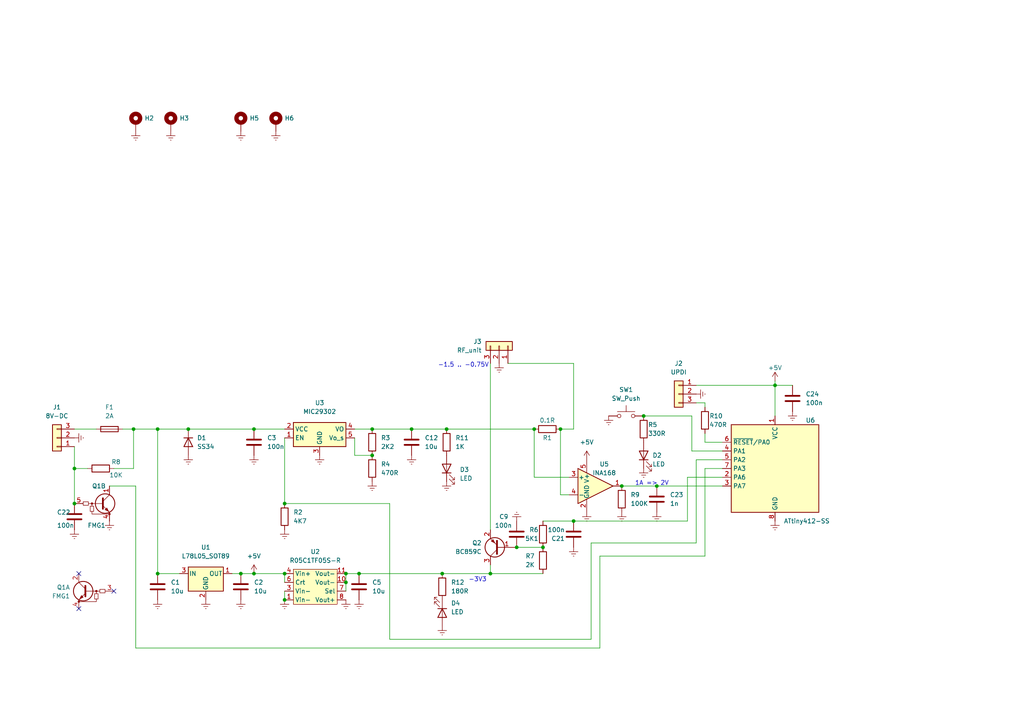
<source format=kicad_sch>
(kicad_sch (version 20211123) (generator eeschema)
  (paper "A4")
  (lib_symbols
    (symbol "Amplifier_Current:INA168" (pin_names (offset 0.127))
      (property "Reference" "U" (at 3.81 5.08 0))
      (property "Value" "INA168" (at 3.81 2.54 0))
      (symbol "INA168_0_1"
        (polyline (pts (xy -5.08 5.08) (xy 5.08 0) (xy -5.08 -5.08) (xy -5.08 5.08)) (stroke (width 0.254)) (fill (type background)))
      )
      (symbol "INA168_1_1"
        (pin output line (at 7.62 0 180) (length 2.54) (name "~") (number "1"))
        (pin power_in line (at -2.54 -7.62 90) (length 3.81) (name "GND") (number "2"))
        (pin input line (at -7.62 2.54 0) (length 2.54) (name "+") (number "3"))
        (pin input line (at -7.62 -2.54 0) (length 2.54) (name "-") (number "4"))
        (pin power_in line (at -2.54 7.62 270) (length 3.81) (name "V+") (number "5"))
      )
    )
    (symbol "Connector_Generic:Conn_01x03" (pin_names (offset 1.016) hide)
      (property "Reference" "J" (at 0 5.08 0))
      (property "Value" "Conn_01x03" (at 0 -5.08 0))
      (symbol "Conn_01x03_1_1"
        (rectangle (start -1.27 -2.413) (end 0 -2.667) (stroke (width 0.1524)))
        (rectangle (start -1.27 0.127) (end 0 -0.127) (stroke (width 0.1524)))
        (rectangle (start -1.27 2.667) (end 0 2.413) (stroke (width 0.1524)))
        (rectangle (start -1.27 3.81) (end 1.27 -3.81) (stroke (width 0.254)) (fill (type background)))
        (pin passive line (at -5.08 2.54 0) (length 3.81) (name "Pin_1") (number "1"))
        (pin passive line (at -5.08 0 0) (length 3.81) (name "Pin_2") (number "2"))
        (pin passive line (at -5.08 -2.54 0) (length 3.81) (name "Pin_3") (number "3"))
      )
    )
    (symbol "Device:C" (pin_numbers hide) (pin_names (offset 0.254))
      (property "Reference" "C" (at 0.635 2.54 0))
      (property "Value" "C" (at 0.635 -2.54 0))
      (symbol "C_0_1"
        (polyline (pts (xy -2.032 -0.762) (xy 2.032 -0.762)) (stroke (width 0.508)))
        (polyline (pts (xy -2.032 0.762) (xy 2.032 0.762)) (stroke (width 0.508)))
      )
      (symbol "C_1_1"
        (pin passive line (at 0 3.81 270) (length 2.794) (name "~") (number "1"))
        (pin passive line (at 0 -3.81 90) (length 2.794) (name "~") (number "2"))
      )
    )
    (symbol "Device:D" (pin_numbers hide) (pin_names (offset 1.016) hide)
      (property "Reference" "D" (at 0 2.54 0))
      (property "Value" "D" (at 0 -2.54 0))
      (symbol "D_0_1"
        (polyline (pts (xy -1.27 1.27) (xy -1.27 -1.27)) (stroke (width 0.254)))
        (polyline (pts (xy 1.27 0) (xy -1.27 0)))
        (polyline (pts (xy 1.27 1.27) (xy 1.27 -1.27) (xy -1.27 0) (xy 1.27 1.27)) (stroke (width 0.254)))
      )
      (symbol "D_1_1"
        (pin passive line (at -3.81 0 0) (length 2.54) (name "K") (number "1"))
        (pin passive line (at 3.81 0 180) (length 2.54) (name "A") (number "2"))
      )
    )
    (symbol "Device:Fuse" (pin_numbers hide) (pin_names (offset 0))
      (property "Reference" "F" (at 2.032 0 90))
      (property "Value" "Fuse" (at -1.905 0 90))
      (symbol "Fuse_0_1"
        (rectangle (start -0.762 -2.54) (end 0.762 2.54) (stroke (width 0.254)))
        (polyline (pts (xy 0 2.54) (xy 0 -2.54)))
      )
      (symbol "Fuse_1_1"
        (pin passive line (at 0 3.81 270) (length 1.27) (name "~") (number "1"))
        (pin passive line (at 0 -3.81 90) (length 1.27) (name "~") (number "2"))
      )
    )
    (symbol "Device:LED" (pin_numbers hide) (pin_names (offset 1.016) hide)
      (property "Reference" "D" (at 0 2.54 0))
      (property "Value" "LED" (at 0 -2.54 0))
      (symbol "LED_0_1"
        (polyline (pts (xy -1.27 -1.27) (xy -1.27 1.27)) (stroke (width 0.254)))
        (polyline (pts (xy -1.27 0) (xy 1.27 0)))
        (polyline (pts (xy 1.27 -1.27) (xy 1.27 1.27) (xy -1.27 0) (xy 1.27 -1.27)) (stroke (width 0.254)))
        (polyline (pts (xy -3.048 -0.762) (xy -4.572 -2.286) (xy -3.81 -2.286) (xy -4.572 -2.286) (xy -4.572 -1.524)))
        (polyline (pts (xy -1.778 -0.762) (xy -3.302 -2.286) (xy -2.54 -2.286) (xy -3.302 -2.286) (xy -3.302 -1.524)))
      )
      (symbol "LED_1_1"
        (pin passive line (at -3.81 0 0) (length 2.54) (name "K") (number "1"))
        (pin passive line (at 3.81 0 180) (length 2.54) (name "A") (number "2"))
      )
    )
    (symbol "Device:R" (pin_numbers hide) (pin_names (offset 0))
      (property "Reference" "R" (at 2.032 0 90))
      (property "Value" "R" (at 0 0 90))
      (symbol "R_0_1"
        (rectangle (start -1.016 -2.54) (end 1.016 2.54) (stroke (width 0.254)))
      )
      (symbol "R_1_1"
        (pin passive line (at 0 3.81 270) (length 1.27) (name "~") (number "1"))
        (pin passive line (at 0 -3.81 90) (length 1.27) (name "~") (number "2"))
      )
    )
    (symbol "MCU_Microchip_ATtiny:ATtiny412-SS"
      (property "Reference" "U" (at -12.7 13.97 0))
      (property "Value" "ATtiny412-SS" (at 2.54 -13.97 0))
      (symbol "ATtiny412-SS_0_1"
        (rectangle (start -12.7 -12.7) (end 12.7 12.7) (stroke (width 0.254)) (fill (type background)))
      )
      (symbol "ATtiny412-SS_1_1"
        (pin power_in line (at 0 15.24 270) (length 2.54) (name "VCC") (number "1"))
        (pin bidirectional line (at 15.24 -2.54 180) (length 2.54) (name "PA6") (number "2"))
        (pin bidirectional line (at 15.24 -5.08 180) (length 2.54) (name "PA7") (number "3"))
        (pin bidirectional line (at 15.24 5.08 180) (length 2.54) (name "PA1") (number "4"))
        (pin bidirectional line (at 15.24 2.54 180) (length 2.54) (name "PA2") (number "5"))
        (pin bidirectional line (at 15.24 7.62 180) (length 2.54) (name "~{RESET}/PA0") (number "6"))
        (pin bidirectional line (at 15.24 0 180) (length 2.54) (name "PA3") (number "7"))
        (pin power_in line (at 0 -15.24 90) (length 2.54) (name "GND") (number "8"))
      )
    )
    (symbol "Mechanical:MountingHole_Pad" (pin_numbers hide) (pin_names (offset 1.016) hide)
      (property "Reference" "H" (at 0 6.35 0))
      (property "Value" "MountingHole_Pad" (at 0 4.445 0))
      (symbol "MountingHole_Pad_0_1"
        (circle (center 0 1.27) (radius 1.27) (stroke (width 1.27)))
      )
      (symbol "MountingHole_Pad_1_1"
        (pin input line (at 0 -2.54 90) (length 2.54) (name "1") (number "1"))
      )
    )
    (symbol "MySymbols:FMG1" (pin_names hide)
      (property "Reference" "Q" (at 3.81 1.27 0))
      (property "Value" "FMG1" (at 3.81 -1.27 0))
      (symbol "FMG1_0_1"
        (rectangle (start -6.35 0.508) (end -4.826 -0.508))
        (rectangle (start -4.318 -2.286) (end -3.302 -0.762))
        (circle (center -3.81 0) (radius 0.254) (fill (type outline)))
        (polyline (pts (xy -3.81 -0.762) (xy -3.81 0)))
        (polyline (pts (xy -0.762 0) (xy -4.826 0)))
        (polyline (pts (xy -0.635 1.524) (xy -0.635 -1.524)) (stroke (width 0.508)))
        (polyline (pts (xy -3.81 -2.286) (xy -3.81 -3.048) (xy 1.27 -3.048)))
        (circle (center 1.27 -3.048) (radius 0.254) (fill (type outline)))
      )
      (symbol "FMG1_1_1"
        (polyline (pts (xy -0.635 0.635) (xy 1.27 2.54)))
        (polyline (pts (xy -0.635 -0.635) (xy 1.27 -2.54) (xy 1.27 -2.54)))
        (polyline (pts (xy 0 -1.778) (xy 0.508 -1.27) (xy 1.016 -2.286) (xy 0 -1.778) (xy 0 -1.778)) (fill (type outline)))
        (circle (center 0 0) (radius 2.8194) (stroke (width 0.254)))
        (pin passive line (at 1.27 5.08 270) (length 2.54) (name "C1") (number "2"))
        (pin input line (at -8.89 0 0) (length 2.54) (name "B1") (number "3"))
        (pin passive line (at 1.27 -5.08 90) (length 2.54) (name "E1") (number "4"))
      )
      (symbol "FMG1_2_1"
        (polyline (pts (xy -0.635 0.635) (xy 1.27 2.54)))
        (polyline (pts (xy -0.635 -0.635) (xy 1.27 -2.54) (xy 1.27 -2.54)))
        (polyline (pts (xy 0 -1.778) (xy 0.508 -1.27) (xy 1.016 -2.286) (xy 0 -1.778) (xy 0 -1.778)) (fill (type outline)))
        (circle (center 0 0) (radius 2.8194) (stroke (width 0.254)))
        (pin passive line (at 1.27 5.08 270) (length 2.54) (name "C1") (number "1"))
        (pin passive line (at 1.27 -5.08 90) (length 2.54) (name "E1") (number "4"))
        (pin input line (at -8.89 0 0) (length 2.54) (name "B1") (number "5"))
      )
    )
    (symbol "MySymbols:MIC29302"
      (property "Reference" "U3" (at 0 7.62 0))
      (property "Value" "MIC29302" (at 0 5.08 0))
      (symbol "MIC29302_1_1"
        (rectangle (start -7.62 -5.08) (end 7.62 1.905) (stroke (width 0.254)) (fill (type background)))
        (pin input line (at -10.16 -2.54 0) (length 2.54) (name "EN") (number "1"))
        (pin power_in line (at -10.16 0 0) (length 2.54) (name "VCC") (number "2"))
        (pin power_in line (at 0 -7.62 90) (length 2.54) (name "GND") (number "3"))
        (pin power_out line (at 10.16 0 180) (length 2.54) (name "VO") (number "4"))
        (pin input line (at 10.16 -2.54 180) (length 2.54) (name "Vo_s") (number "5"))
      )
    )
    (symbol "MySymbols:R05C1TF05S-R"
      (property "Reference" "U" (at 1.27 5.08 0))
      (property "Value" "R05C1TF05S-R" (at 7.62 -7.62 0))
      (symbol "R05C1TF05S-R_0_1"
        (rectangle (start -6.35 3.81) (end 6.35 -6.35) (fill (type background)))
      )
      (symbol "R05C1TF05S-R_1_1"
        (pin input line (at -8.89 -5.08 0) (length 2.54) (name "Vin-") (number "1"))
        (pin input line (at 8.89 0 180) (length 2.54) (name "Vout-") (number "10"))
        (pin input line (at 8.89 2.54 180) (length 2.54) (name "Vout-") (number "11"))
        (pin input line (at 8.89 2.54 180) (length 2.54) hide (name "Vout-") (number "12"))
        (pin input line (at -8.89 -5.08 0) (length 2.54) hide (name "Vin-") (number "2"))
        (pin input line (at -8.89 -2.54 0) (length 2.54) (name "Vin-") (number "3"))
        (pin input line (at -8.89 2.54 0) (length 2.54) (name "Vin+") (number "4"))
        (pin input line (at -8.89 2.54 0) (length 2.54) hide (name "Vin+") (number "5"))
        (pin input line (at -8.89 0 0) (length 2.54) (name "Crt") (number "6"))
        (pin input line (at 8.89 -2.54 180) (length 2.54) (name "Sel") (number "7"))
        (pin input line (at 8.89 -5.08 180) (length 2.54) (name "Vout+") (number "8"))
        (pin input line (at 8.89 -5.08 180) (length 2.54) hide (name "Vout+") (number "9"))
      )
    )
    (symbol "Regulator_Linear:L78L05_SOT89" (pin_names (offset 0.254))
      (property "Reference" "U" (at -3.81 3.175 0))
      (property "Value" "L78L05_SOT89" (at -0.635 3.175 0))
      (symbol "L78L05_SOT89_0_1"
        (rectangle (start -5.08 1.905) (end 5.08 -5.08) (stroke (width 0.254)) (fill (type background)))
      )
      (symbol "L78L05_SOT89_1_1"
        (pin power_out line (at 7.62 0 180) (length 2.54) (name "OUT") (number "1"))
        (pin power_in line (at 0 -7.62 90) (length 2.54) (name "GND") (number "2"))
        (pin power_in line (at -7.62 0 0) (length 2.54) (name "IN") (number "3"))
      )
    )
    (symbol "Switch:SW_Push" (pin_numbers hide) (pin_names (offset 1.016) hide)
      (property "Reference" "SW" (at 1.27 2.54 0))
      (property "Value" "SW_Push" (at 0 -1.524 0))
      (symbol "SW_Push_0_1"
        (circle (center -2.032 0) (radius 0.508))
        (polyline (pts (xy 0 1.27) (xy 0 3.048)))
        (polyline (pts (xy 2.54 1.27) (xy -2.54 1.27)))
        (circle (center 2.032 0) (radius 0.508))
        (pin passive line (at -5.08 0 0) (length 2.54) (name "1") (number "1"))
        (pin passive line (at 5.08 0 180) (length 2.54) (name "2") (number "2"))
      )
    )
    (symbol "Transistor_BJT:BC859" (pin_names (offset 0) hide)
      (property "Reference" "Q" (at 5.08 1.905 0))
      (property "Value" "BC859" (at 5.08 0 0))
      (symbol "BC859_0_1"
        (polyline (pts (xy 0.635 0.635) (xy 2.54 2.54)))
        (polyline (pts (xy 0.635 -0.635) (xy 2.54 -2.54) (xy 2.54 -2.54)))
        (polyline (pts (xy 0.635 1.905) (xy 0.635 -1.905) (xy 0.635 -1.905)) (stroke (width 0.508)))
        (polyline (pts (xy 2.286 -1.778) (xy 1.778 -2.286) (xy 1.27 -1.27) (xy 2.286 -1.778) (xy 2.286 -1.778)) (fill (type outline)))
        (circle (center 1.27 0) (radius 2.8194) (stroke (width 0.254)))
      )
      (symbol "BC859_1_1"
        (pin input line (at -5.08 0 0) (length 5.715) (name "B") (number "1"))
        (pin passive line (at 2.54 -5.08 90) (length 2.54) (name "E") (number "2"))
        (pin passive line (at 2.54 5.08 270) (length 2.54) (name "C") (number "3"))
      )
    )
    (symbol "power:+5V" (power) (pin_names (offset 0))
      (property "Value" "+5V" (at 0 3.556 0))
      (symbol "+5V_0_1"
        (polyline (pts (xy -0.762 1.27) (xy 0 2.54)))
        (polyline (pts (xy 0 0) (xy 0 2.54)))
        (polyline (pts (xy 0 2.54) (xy 0.762 1.27)))
      )
      (symbol "+5V_1_1"
        (pin power_in line (at 0 0 90) (length 0) hide (name "+5V") (number "1"))
      )
    )
    (symbol "power:GNDREF" (power) (pin_names (offset 0))
      (property "Value" "GNDREF" (at 0 -3.81 0))
      (symbol "GNDREF_0_1"
        (polyline (pts (xy -0.635 -1.905) (xy 0.635 -1.905)))
        (polyline (pts (xy -0.127 -2.54) (xy 0.127 -2.54)))
        (polyline (pts (xy 0 -1.27) (xy 0 0)))
        (polyline (pts (xy 1.27 -1.27) (xy -1.27 -1.27)))
      )
      (symbol "GNDREF_1_1"
        (pin power_in line (at 0 0 270) (length 0) hide (name "GNDREF") (number "1"))
      )
    )
  )
  (junction (at 107.95 124.46))
  (junction (at 54.61 124.46))
  (junction (at 45.72 166.37))
  (junction (at 107.95 132.08))
  (junction (at 142.24 166.37))
  (junction (at 104.14 166.37))
  (junction (at 186.69 120.65))
  (junction (at 69.85 166.37))
  (junction (at 128.27 166.37))
  (junction (at 190.5 140.97))
  (junction (at 45.72 124.46))
  (junction (at 100.33 166.37))
  (junction (at 21.59 135.89))
  (junction (at 129.54 124.46))
  (junction (at 149.86 158.75))
  (junction (at 82.55 173.99))
  (junction (at 73.66 166.37))
  (junction (at 73.66 124.46))
  (junction (at 162.56 124.46))
  (junction (at 38.735 124.46))
  (junction (at 154.94 124.46))
  (junction (at 224.79 111.76))
  (junction (at 166.37 151.13))
  (junction (at 82.55 146.05))
  (junction (at 21.59 146.05))
  (junction (at 180.34 140.97))
  (junction (at 100.33 168.91))
  (junction (at 119.38 124.46))
  (junction (at 157.48 158.75))
  (junction (at 82.55 166.37))
  (no_connect (at 22.86 176.53))
  (no_connect (at 22.86 166.37))
  (no_connect (at 33.02 171.45))
  (wire (pts (xy 180.34 140.97) (xy 190.5 140.97)))
  (wire (pts (xy 199.39 151.13) (xy 199.39 138.43)))
  (wire (pts (xy 45.72 124.46) (xy 45.72 166.37)))
  (wire (pts (xy 129.54 124.46) (xy 154.94 124.46)))
  (wire (pts (xy 33.02 135.89) (xy 38.735 135.89)))
  (wire (pts (xy 67.31 166.37) (xy 69.85 166.37)))
  (wire (pts (xy 204.47 125.73) (xy 204.47 128.27)))
  (wire (pts (xy 142.24 105.41) (xy 142.24 153.67)))
  (wire (pts (xy 171.45 185.42) (xy 171.45 157.48)))
  (wire (pts (xy 166.37 151.13) (xy 199.39 151.13)))
  (wire (pts (xy 119.38 124.46) (xy 129.54 124.46)))
  (wire (pts (xy 201.93 157.48) (xy 201.93 133.35)))
  (wire (pts (xy 69.85 166.37) (xy 73.66 166.37)))
  (wire (pts (xy 162.56 143.51) (xy 162.56 124.46)))
  (wire (pts (xy 54.61 124.46) (xy 73.66 124.46)))
  (wire (pts (xy 204.47 135.89) (xy 209.55 135.89)))
  (wire (pts (xy 21.59 124.46) (xy 27.94 124.46)))
  (wire (pts (xy 82.55 127) (xy 82.55 146.05)))
  (wire (pts (xy 157.48 151.13) (xy 166.37 151.13)))
  (wire (pts (xy 165.1 138.43) (xy 154.94 138.43)))
  (wire (pts (xy 113.03 185.42) (xy 171.45 185.42)))
  (wire (pts (xy 142.24 163.83) (xy 142.24 166.37)))
  (wire (pts (xy 100.33 166.37) (xy 100.33 168.91)))
  (wire (pts (xy 35.56 124.46) (xy 38.735 124.46)))
  (wire (pts (xy 73.66 124.46) (xy 82.55 124.46)))
  (wire (pts (xy 200.66 130.81) (xy 209.55 130.81)))
  (wire (pts (xy 104.14 166.37) (xy 128.27 166.37)))
  (wire (pts (xy 204.47 116.84) (xy 204.47 118.11)))
  (wire (pts (xy 165.1 143.51) (xy 162.56 143.51)))
  (wire (pts (xy 45.72 166.37) (xy 52.07 166.37)))
  (wire (pts (xy 199.39 138.43) (xy 209.55 138.43)))
  (wire (pts (xy 38.735 124.46) (xy 45.72 124.46)))
  (wire (pts (xy 107.95 124.46) (xy 119.38 124.46)))
  (wire (pts (xy 21.59 129.54) (xy 21.59 135.89)))
  (wire (pts (xy 201.93 111.76) (xy 224.79 111.76)))
  (wire (pts (xy 224.79 110.49) (xy 224.79 111.76)))
  (wire (pts (xy 45.72 124.46) (xy 54.61 124.46)))
  (wire (pts (xy 171.45 157.48) (xy 201.93 157.48)))
  (wire (pts (xy 100.33 166.37) (xy 104.14 166.37)))
  (wire (pts (xy 149.86 158.75) (xy 157.48 158.75)))
  (wire (pts (xy 38.735 135.89) (xy 38.735 124.46)))
  (wire (pts (xy 31.75 140.97) (xy 39.37 140.97)))
  (wire (pts (xy 102.87 132.08) (xy 107.95 132.08)))
  (wire (pts (xy 162.56 124.46) (xy 166.37 124.46)))
  (wire (pts (xy 166.37 105.41) (xy 166.37 124.46)))
  (wire (pts (xy 147.32 105.41) (xy 166.37 105.41)))
  (wire (pts (xy 201.93 133.35) (xy 209.55 133.35)))
  (wire (pts (xy 201.93 116.84) (xy 204.47 116.84)))
  (wire (pts (xy 224.79 111.76) (xy 229.87 111.76)))
  (wire (pts (xy 25.4 135.89) (xy 21.59 135.89)))
  (wire (pts (xy 204.47 128.27) (xy 209.55 128.27)))
  (wire (pts (xy 190.5 140.97) (xy 209.55 140.97)))
  (wire (pts (xy 128.27 166.37) (xy 142.24 166.37)))
  (wire (pts (xy 157.48 166.37) (xy 142.24 166.37)))
  (wire (pts (xy 204.47 161.29) (xy 204.47 135.89)))
  (wire (pts (xy 173.99 161.29) (xy 204.47 161.29)))
  (wire (pts (xy 173.99 187.96) (xy 173.99 161.29)))
  (wire (pts (xy 224.79 111.76) (xy 224.79 120.65)))
  (wire (pts (xy 82.55 166.37) (xy 82.55 168.91)))
  (wire (pts (xy 82.55 171.45) (xy 82.55 173.99)))
  (wire (pts (xy 100.33 168.91) (xy 100.33 171.45)))
  (wire (pts (xy 154.94 138.43) (xy 154.94 124.46)))
  (wire (pts (xy 21.59 135.89) (xy 21.59 146.05)))
  (wire (pts (xy 39.37 187.96) (xy 173.99 187.96)))
  (wire (pts (xy 39.37 140.97) (xy 39.37 187.96)))
  (wire (pts (xy 186.69 120.65) (xy 200.66 120.65)))
  (wire (pts (xy 200.66 120.65) (xy 200.66 130.81)))
  (wire (pts (xy 82.55 146.05) (xy 113.03 146.05)))
  (wire (pts (xy 102.87 124.46) (xy 107.95 124.46)))
  (wire (pts (xy 113.03 146.05) (xy 113.03 185.42)))
  (wire (pts (xy 73.66 166.37) (xy 82.55 166.37)))
  (wire (pts (xy 102.87 127) (xy 102.87 132.08)))
  (text "-3V3" (at 135.89 168.91 0) (effects (font (size 1.27 1.27)) (justify left bottom)))
  (text "-1.5 .. -0.75V" (at 127 106.68 0) (effects (font (size 1.27 1.27)) (justify left bottom)))
  (text "1A => 2V" (at 184.15 140.97 0) (effects (font (size 1.27 1.27)) (justify left bottom)))
  (symbol (lib_id "Device:R") (at 157.48 162.56 0) (unit 1)
    (property "Reference" "R7" (at 152.4 161.2901 0) (effects (justify left)))
    (property "Value" "2K" (at 152.4 163.83 0) (effects (justify left)))
    (property "Footprint" "Resistor_SMD:R_0603_1608Metric" (effects hide))
  )
  (symbol (lib_id "power:GNDREF") (at 224.79 151.13 0) (mirror y) (unit 1)
    (property "Reference" "#PWR043" (effects hide))
    (property "Value" "GNDREF" (effects hide))
  )
  (symbol (lib_id "power:GNDREF") (at 69.85 38.1 0) (unit 1)
    (property "Reference" "#PWR048" (effects hide))
    (property "Value" "GNDREF" (effects hide))
  )
  (symbol (lib_id "MCU_Microchip_ATtiny:ATtiny412-SS") (at 224.79 135.89 0) (mirror y) (unit 1)
    (property "Reference" "U6" (at 233.68 121.92 0) (effects (justify right)))
    (property "Value" "ATtiny412-SS" (at 227.33 151.13 0) (effects (justify right)))
    (property "Footprint" "Package_SO:SOIC-8_3.9x4.9mm_P1.27mm" (effects hide))
    (property "Datasheet" "http://ww1.microchip.com/downloads/en/DeviceDoc/40001911A.pdf" (effects hide))
    (property "Mouser" "579-ATTINY412-SSF" (effects hide))
  )
  (symbol (lib_id "Device:R") (at 186.69 124.46 0) (unit 1)
    (property "Reference" "R5" (at 187.96 123.19 0) (effects (justify left)))
    (property "Value" "330R" (at 187.96 125.73 0) (effects (justify left)))
    (property "Footprint" "Resistor_SMD:R_0603_1608Metric" (effects hide))
  )
  (symbol (lib_id "Connector_Generic:Conn_01x03") (at 16.51 127 180) (unit 1)
    (property "Reference" "J1" (at 16.51 118.11 0))
    (property "Value" "8V-DC" (at 16.51 120.65 0))
    (property "Footprint" "MyFootprints:KF301-3P" (effects hide))
  )
  (symbol (lib_id "Device:C") (at 119.38 128.27 0) (unit 1)
    (property "Reference" "C12" (at 123.19 126.9999 0) (effects (justify left)))
    (property "Value" "10u" (at 123.19 129.5399 0) (effects (justify left)))
    (property "Footprint" "Capacitor_SMD:C_0603_1608Metric" (effects hide))
  )
  (symbol (lib_id "power:GNDREF") (at 186.69 135.89 0) (unit 1)
    (property "Reference" "#PWR011" (effects hide))
    (property "Value" "GNDREF" (effects hide))
  )
  (symbol (lib_id "power:GNDREF") (at 229.87 119.38 0) (unit 1)
    (property "Reference" "#PWR044" (effects hide))
    (property "Value" "GNDREF" (effects hide))
  )
  (symbol (lib_id "power:+5V") (at 224.79 110.49 0) (unit 1)
    (property "Reference" "#PWR042" (effects hide))
    (property "Value" "+5V" (at 224.79 106.68 0))
  )
  (symbol (lib_id "power:+5V") (at 170.18 133.35 0) (unit 1)
    (property "Reference" "#PWR031" (effects hide))
    (property "Value" "+5V" (at 170.18 128.27 0))
  )
  (symbol (lib_id "Device:R") (at 128.27 170.18 0) (unit 1)
    (property "Reference" "R12" (at 130.81 168.9099 0) (effects (justify left)))
    (property "Value" "180R" (at 130.81 171.4499 0) (effects (justify left)))
    (property "Footprint" "Resistor_SMD:R_0603_1608Metric" (effects hide))
  )
  (symbol (lib_id "MySymbols:R05C1TF05S-R") (at 91.44 168.91 0) (unit 1)
    (property "Reference" "U2" (at 91.44 160.02 0))
    (property "Value" "R05C1TF05S-R" (at 91.44 162.56 0))
    (property "Footprint" "MyFootprints:R05C1TF05S" (effects hide))
    (property "Mouser" "919-R05C1TF05S-R" (effects hide))
  )
  (symbol (lib_id "power:GNDREF") (at 82.55 153.67 0) (unit 1)
    (property "Reference" "#PWR0101" (effects hide))
    (property "Value" "GNDREF" (effects hide))
  )
  (symbol (lib_id "power:+5V") (at 73.66 166.37 0) (unit 1)
    (property "Reference" "#PWR06" (effects hide))
    (property "Value" "+5V" (at 73.66 161.29 0))
  )
  (symbol (lib_id "power:GNDREF") (at 128.27 181.61 0) (unit 1)
    (property "Reference" "#PWR037" (effects hide))
    (property "Value" "GNDREF" (effects hide))
  )
  (symbol (lib_id "Device:Fuse") (at 31.75 124.46 90) (unit 1)
    (property "Reference" "F1" (at 31.75 118.11 90))
    (property "Value" "2A" (at 31.75 120.65 90))
    (property "Footprint" "Fuse:Fuse_1812_4532Metric_Pad1.30x3.40mm_HandSolder" (effects hide))
    (property "Mouser" "576-1812L200/12DR" (effects hide))
  )
  (symbol (lib_id "Switch:SW_Push") (at 181.61 120.65 0) (unit 1)
    (property "Reference" "SW1" (at 181.61 113.03 0))
    (property "Value" "SW_Push" (at 181.61 115.57 0))
    (property "Footprint" "Button_Switch_SMD:SW_SPST_FSMSM" (effects hide))
  )
  (symbol (lib_id "power:GNDREF") (at 54.61 132.08 0) (unit 1)
    (property "Reference" "#PWR0104" (effects hide))
    (property "Value" "GNDREF" (effects hide))
  )
  (symbol (lib_id "power:GNDREF") (at 31.75 151.13 0) (unit 1)
    (property "Reference" "#PWR03" (effects hide))
    (property "Value" "GNDREF" (effects hide))
  )
  (symbol (lib_id "Device:R") (at 158.75 124.46 90) (unit 1)
    (property "Reference" "R1" (at 158.75 127 90))
    (property "Value" "0.1R" (at 158.75 121.92 90))
    (property "Footprint" "Resistor_SMD:R_2512_6332Metric" (effects hide))
    (property "Mouser" "603-PT2512FK-070R1L" (effects hide))
  )
  (symbol (lib_id "Transistor_BJT:BC859") (at 144.78 158.75 180) (unit 1)
    (property "Reference" "Q2" (at 139.7 157.4799 0) (effects (justify left)))
    (property "Value" "BC859C" (at 139.7 160.0199 0) (effects (justify left)))
    (property "Footprint" "Package_TO_SOT_SMD:SOT-23" (effects hide))
    (property "Datasheet" "http://www.infineon.com/dgdl/Infineon-BC857SERIES_BC858SERIES_BC859SERIES_BC860SERIES-DS-v01_01-en.pdf?fileId=db3a304314dca389011541da0e3a1661" (effects hide))
  )
  (symbol (lib_id "Device:LED") (at 129.54 135.89 90) (unit 1)
    (property "Reference" "D3" (at 133.35 136.2074 90) (effects (justify right)))
    (property "Value" "LED" (at 133.35 138.7474 90) (effects (justify right)))
    (property "Footprint" "LED_SMD:LED_0805_2012Metric" (effects hide))
  )
  (symbol (lib_id "power:GNDREF") (at 129.54 139.7 0) (unit 1)
    (property "Reference" "#PWR036" (effects hide))
    (property "Value" "GNDREF" (effects hide))
  )
  (symbol (lib_id "power:GNDREF") (at 69.85 173.99 0) (unit 1)
    (property "Reference" "#PWR07" (effects hide))
    (property "Value" "GNDREF" (effects hide))
  )
  (symbol (lib_id "power:GNDREF") (at 92.71 132.08 0) (unit 1)
    (property "Reference" "#PWR010" (effects hide))
    (property "Value" "GNDREF" (effects hide))
  )
  (symbol (lib_id "Mechanical:MountingHole_Pad") (at 80.01 35.56 0) (unit 1)
    (property "Reference" "H6" (at 82.55 34.2899 0) (effects (justify left)))
    (property "Footprint" "MountingHole:MountingHole_2.7mm_M2.5_Pad_Via" (effects hide))
  )
  (symbol (lib_id "Device:R") (at 204.47 121.92 0) (unit 1)
    (property "Reference" "R10" (at 205.74 120.65 0) (effects (justify left)))
    (property "Value" "470R" (at 205.74 123.19 0) (effects (justify left)))
    (property "Footprint" "Resistor_SMD:R_0603_1608Metric" (effects hide))
  )
  (symbol (lib_id "power:GNDREF") (at 82.55 173.99 0) (unit 1)
    (property "Reference" "#PWR09" (effects hide))
    (property "Value" "GNDREF" (effects hide))
  )
  (symbol (lib_id "Device:C") (at 69.85 170.18 0) (unit 1)
    (property "Reference" "C2" (at 73.66 168.9099 0) (effects (justify left)))
    (property "Value" "10u" (at 73.66 171.4499 0) (effects (justify left)))
    (property "Footprint" "Capacitor_SMD:C_0603_1608Metric" (effects hide))
  )
  (symbol (lib_id "Device:C") (at 45.72 170.18 0) (unit 1)
    (property "Reference" "C1" (at 49.53 168.9099 0) (effects (justify left)))
    (property "Value" "10u" (at 49.53 171.4499 0) (effects (justify left)))
    (property "Footprint" "Capacitor_SMD:C_0805_2012Metric" (effects hide))
  )
  (symbol (lib_id "power:GNDREF") (at 180.34 148.59 0) (mirror y) (unit 1)
    (property "Reference" "#PWR039" (effects hide))
    (property "Value" "GNDREF" (effects hide))
  )
  (symbol (lib_id "Device:C") (at 166.37 154.94 180) (unit 1)
    (property "Reference" "C21" (at 163.83 156.21 0) (effects (justify left)))
    (property "Value" "100n" (at 163.83 153.67 0) (effects (justify left)))
    (property "Footprint" "Capacitor_SMD:C_0603_1608Metric" (effects hide))
  )
  (symbol (lib_id "power:GNDREF") (at 149.86 151.13 0) (mirror x) (unit 1)
    (property "Reference" "#PWR019" (effects hide))
    (property "Value" "GNDREF" (effects hide))
  )
  (symbol (lib_id "power:GNDREF") (at 144.78 105.41 0) (unit 1)
    (property "Reference" "#PWR0103" (effects hide))
    (property "Value" "GNDREF" (effects hide))
  )
  (symbol (lib_id "Device:R") (at 157.48 154.94 0) (mirror x) (unit 1)
    (property "Reference" "R6" (at 156.21 153.67 0) (effects (justify right)))
    (property "Value" "5K1" (at 156.21 156.21 0) (effects (justify right)))
    (property "Footprint" "Resistor_SMD:R_0603_1608Metric" (effects hide))
  )
  (symbol (lib_id "power:GNDREF") (at 80.01 38.1 0) (unit 1)
    (property "Reference" "#PWR049" (effects hide))
    (property "Value" "GNDREF" (effects hide))
  )
  (symbol (lib_id "power:GNDREF") (at 45.72 173.99 0) (unit 1)
    (property "Reference" "#PWR0105" (effects hide))
    (property "Value" "GNDREF" (effects hide))
  )
  (symbol (lib_id "power:GNDREF") (at 73.66 132.08 0) (unit 1)
    (property "Reference" "#PWR08" (effects hide))
    (property "Value" "GNDREF" (effects hide))
  )
  (symbol (lib_id "Connector_Generic:Conn_01x03") (at 144.78 100.33 270) (mirror x) (unit 1)
    (property "Reference" "J3" (at 139.7 99.0599 90) (effects (justify right)))
    (property "Value" "RF_unit" (at 139.7 101.5999 90) (effects (justify right)))
    (property "Footprint" "MyFootprints:KF301-3P" (effects hide))
  )
  (symbol (lib_id "power:GNDREF") (at 104.14 173.99 0) (unit 1)
    (property "Reference" "#PWR014" (effects hide))
    (property "Value" "GNDREF" (effects hide))
  )
  (symbol (lib_id "Device:C") (at 229.87 115.57 0) (unit 1)
    (property "Reference" "C24" (at 233.68 114.3 0) (effects (justify left)))
    (property "Value" "100n" (at 233.68 116.84 0) (effects (justify left)))
    (property "Footprint" "Capacitor_SMD:C_0603_1608Metric" (effects hide))
  )
  (symbol (lib_id "power:GNDREF") (at 21.59 153.67 0) (unit 1)
    (property "Reference" "#PWR02" (effects hide))
    (property "Value" "GNDREF" (effects hide))
  )
  (symbol (lib_id "power:GNDREF") (at 59.69 173.99 0) (unit 1)
    (property "Reference" "#PWR05" (effects hide))
    (property "Value" "GNDREF" (effects hide))
  )
  (symbol (lib_id "Device:R") (at 82.55 149.86 0) (unit 1)
    (property "Reference" "R2" (at 85.09 148.5899 0) (effects (justify left)))
    (property "Value" "4K7" (at 85.09 151.1299 0) (effects (justify left)))
    (property "Footprint" "Resistor_SMD:R_0603_1608Metric" (effects hide))
  )
  (symbol (lib_id "Amplifier_Current:INA168") (at 172.72 140.97 0) (unit 1)
    (property "Reference" "U5" (at 175.26 134.62 0))
    (property "Value" "INA168" (at 175.26 137.16 0))
    (property "Footprint" "Package_TO_SOT_SMD:SOT-23-5" (effects hide))
    (property "Datasheet" "http://www.ti.com/lit/ds/symlink/ina138.pdf" (effects hide))
    (property "Mouser" "595-INA168NA/3K" (effects hide))
  )
  (symbol (lib_id "Regulator_Linear:L78L05_SOT89") (at 59.69 166.37 0) (unit 1)
    (property "Reference" "U1" (at 59.69 158.75 0))
    (property "Value" "L78L05_SOT89" (at 59.69 161.29 0))
    (property "Footprint" "Package_TO_SOT_SMD:SOT-89-3" (effects hide))
    (property "Datasheet" "http://www.st.com/content/ccc/resource/technical/document/datasheet/15/55/e5/aa/23/5b/43/fd/CD00000446.pdf/files/CD00000446.pdf/jcr:content/translations/en.CD00000446.pdf" (effects hide))
    (property "Mouser" "511-L78L05ABU" (effects hide))
  )
  (symbol (lib_id "Mechanical:MountingHole_Pad") (at 39.37 35.56 0) (unit 1)
    (property "Reference" "H2" (at 41.91 34.2899 0) (effects (justify left)))
    (property "Footprint" "MountingHole:MountingHole_2.7mm_M2.5_Pad_Via" (effects hide))
  )
  (symbol (lib_id "power:GNDREF") (at 107.95 139.7 0) (unit 1)
    (property "Reference" "#PWR017" (effects hide))
    (property "Value" "GNDREF" (effects hide))
  )
  (symbol (lib_id "Device:R") (at 129.54 128.27 0) (unit 1)
    (property "Reference" "R11" (at 132.08 126.9999 0) (effects (justify left)))
    (property "Value" "1K" (at 132.08 129.5399 0) (effects (justify left)))
    (property "Footprint" "Resistor_SMD:R_0603_1608Metric" (effects hide))
  )
  (symbol (lib_id "MySymbols:MIC29302") (at 92.71 124.46 0) (unit 1)
    (property "Reference" "U3" (at 92.71 116.84 0))
    (property "Value" "MIC29302" (at 92.71 119.38 0))
    (property "Footprint" "Package_TO_SOT_SMD:TO-263-5_TabPin3" (effects hide))
    (property "Mouser" "998-MIC29302WU" (effects hide))
  )
  (symbol (lib_id "Device:R") (at 29.21 135.89 90) (unit 1)
    (property "Reference" "R8" (at 33.655 133.985 90))
    (property "Value" "10K" (at 33.655 137.795 90))
    (property "Footprint" "Resistor_SMD:R_0603_1608Metric" (effects hide))
  )
  (symbol (lib_id "power:GNDREF") (at 201.93 114.3 90) (unit 1)
    (property "Reference" "#PWR041" (effects hide))
    (property "Value" "GNDREF" (effects hide))
  )
  (symbol (lib_id "Device:C") (at 104.14 170.18 0) (unit 1)
    (property "Reference" "C5" (at 107.95 168.9099 0) (effects (justify left)))
    (property "Value" "10u" (at 107.95 171.4499 0) (effects (justify left)))
    (property "Footprint" "Capacitor_SMD:C_0603_1608Metric" (effects hide))
  )
  (symbol (lib_id "power:GNDREF") (at 190.5 148.59 0) (unit 1)
    (property "Reference" "#PWR04" (effects hide))
    (property "Value" "GNDREF" (effects hide))
  )
  (symbol (lib_id "MySymbols:FMG1") (at 24.13 171.45 0) (mirror y) (unit 1)
    (property "Reference" "Q1" (at 20.32 170.3577 0) (effects (justify left)))
    (property "Value" "FMG1" (at 20.32 172.8977 0) (effects (justify left)))
    (property "Footprint" "MyFootprints:SOT-25_HandSoldering" (effects hide))
    (property "Mouser" "755-FMG1AT148" (effects hide))
  )
  (symbol (lib_id "Device:C") (at 21.59 149.86 0) (unit 1)
    (property "Reference" "C22" (at 16.51 148.59 0) (effects (justify left)))
    (property "Value" "100n" (at 16.51 152.4 0) (effects (justify left)))
    (property "Footprint" "Capacitor_SMD:C_0603_1608Metric" (effects hide))
  )
  (symbol (lib_id "power:GNDREF") (at 21.59 127 90) (unit 1)
    (property "Reference" "#PWR01" (effects hide))
    (property "Value" "GNDREF" (effects hide))
  )
  (symbol (lib_id "MySymbols:FMG1") (at 30.48 146.05 0) (unit 2)
    (property "Reference" "Q1" (at 26.67 140.97 0) (effects (justify left)))
    (property "Value" "FMG1" (at 25.4 152.4 0) (effects (justify left)))
    (property "Footprint" "MyFootprints:SOT-25_HandSoldering" (effects hide))
    (property "Mouser" "755-FMG1AT148" (effects hide))
  )
  (symbol (lib_id "Device:D") (at 54.61 128.27 270) (unit 1)
    (property "Reference" "D1" (at 57.15 126.9999 90) (effects (justify left)))
    (property "Value" "SS34" (at 57.15 129.5399 90) (effects (justify left)))
    (property "Footprint" "Diode_SMD:D_SMA" (effects hide))
    (property "Mouser" "750-SS34BF" (effects hide))
  )
  (symbol (lib_id "Device:LED") (at 186.69 132.08 90) (unit 1)
    (property "Reference" "D2" (at 189.23 132.08 90) (effects (justify right)))
    (property "Value" "LED" (at 189.23 134.62 90) (effects (justify right)))
    (property "Footprint" "LED_SMD:LED_0805_2012Metric" (effects hide))
  )
  (symbol (lib_id "Mechanical:MountingHole_Pad") (at 49.53 35.56 0) (unit 1)
    (property "Reference" "H3" (at 52.07 34.2899 0) (effects (justify left)))
    (property "Footprint" "MountingHole:MountingHole_2.7mm_M2.5_Pad_Via" (effects hide))
  )
  (symbol (lib_id "power:GNDREF") (at 119.38 132.08 0) (unit 1)
    (property "Reference" "#PWR022" (effects hide))
    (property "Value" "GNDREF" (effects hide))
  )
  (symbol (lib_id "power:GNDREF") (at 170.18 148.59 0) (mirror y) (unit 1)
    (property "Reference" "#PWR038" (effects hide))
    (property "Value" "GNDREF" (effects hide))
  )
  (symbol (lib_id "Connector_Generic:Conn_01x03") (at 196.85 114.3 0) (mirror y) (unit 1)
    (property "Reference" "J2" (at 196.85 105.41 0))
    (property "Value" "UPDI" (at 196.85 107.95 0))
    (property "Footprint" "Connector_PinHeader_2.54mm:PinHeader_1x03_P2.54mm_Vertical" (effects hide))
  )
  (symbol (lib_id "power:GNDREF") (at 176.53 120.65 0) (mirror y) (unit 1)
    (property "Reference" "#PWR0102" (effects hide))
    (property "Value" "GNDREF" (effects hide))
  )
  (symbol (lib_id "Device:C") (at 190.5 144.78 0) (unit 1)
    (property "Reference" "C23" (at 194.31 143.51 0) (effects (justify left)))
    (property "Value" "1n" (at 194.31 146.05 0) (effects (justify left)))
    (property "Footprint" "Capacitor_SMD:C_0603_1608Metric" (effects hide))
  )
  (symbol (lib_id "Device:R") (at 180.34 144.78 0) (unit 1)
    (property "Reference" "R9" (at 182.88 143.5099 0) (effects (justify left)))
    (property "Value" "100K" (at 182.88 146.0499 0) (effects (justify left)))
    (property "Footprint" "Resistor_SMD:R_0603_1608Metric" (effects hide))
  )
  (symbol (lib_id "Device:LED") (at 128.27 177.8 270) (unit 1)
    (property "Reference" "D4" (at 130.81 174.9424 90) (effects (justify left)))
    (property "Value" "LED" (at 130.81 177.4824 90) (effects (justify left)))
    (property "Footprint" "LED_SMD:LED_0805_2012Metric" (effects hide))
  )
  (symbol (lib_id "Device:R") (at 107.95 128.27 0) (unit 1)
    (property "Reference" "R3" (at 110.49 126.9999 0) (effects (justify left)))
    (property "Value" "2K2" (at 110.49 129.5399 0) (effects (justify left)))
    (property "Footprint" "Resistor_SMD:R_0603_1608Metric" (effects hide))
  )
  (symbol (lib_id "Device:C") (at 73.66 128.27 0) (unit 1)
    (property "Reference" "C3" (at 77.47 126.9999 0) (effects (justify left)))
    (property "Value" "100n" (at 77.47 129.5399 0) (effects (justify left)))
    (property "Footprint" "Capacitor_SMD:C_0603_1608Metric" (effects hide))
  )
  (symbol (lib_id "power:GNDREF") (at 49.53 38.1 0) (unit 1)
    (property "Reference" "#PWR046" (effects hide))
    (property "Value" "GNDREF" (effects hide))
  )
  (symbol (lib_id "Mechanical:MountingHole_Pad") (at 69.85 35.56 0) (unit 1)
    (property "Reference" "H5" (at 72.39 34.2899 0) (effects (justify left)))
    (property "Footprint" "MountingHole:MountingHole_2.7mm_M2.5_Pad_Via" (effects hide))
  )
  (symbol (lib_id "power:GNDREF") (at 100.33 173.99 0) (unit 1)
    (property "Reference" "#PWR012" (effects hide))
    (property "Value" "GNDREF" (effects hide))
  )
  (symbol (lib_id "power:GNDREF") (at 166.37 158.75 0) (mirror y) (unit 1)
    (property "Reference" "#PWR025" (effects hide))
    (property "Value" "GNDREF" (effects hide))
  )
  (symbol (lib_id "power:GNDREF") (at 39.37 38.1 0) (unit 1)
    (property "Reference" "#PWR045" (effects hide))
    (property "Value" "GNDREF" (effects hide))
  )
  (symbol (lib_id "Device:C") (at 149.86 154.94 0) (unit 1)
    (property "Reference" "C9" (at 144.78 149.86 0) (effects (justify left)))
    (property "Value" "100n" (at 143.51 152.4 0) (effects (justify left)))
    (property "Footprint" "Capacitor_SMD:C_0603_1608Metric" (effects hide))
  )
  (symbol (lib_id "Device:R") (at 107.95 135.89 0) (unit 1)
    (property "Reference" "R4" (at 110.49 134.6199 0) (effects (justify left)))
    (property "Value" "470R" (at 110.49 137.1599 0) (effects (justify left)))
    (property "Footprint" "Resistor_SMD:R_0603_1608Metric" (effects hide))
  )
)
</source>
